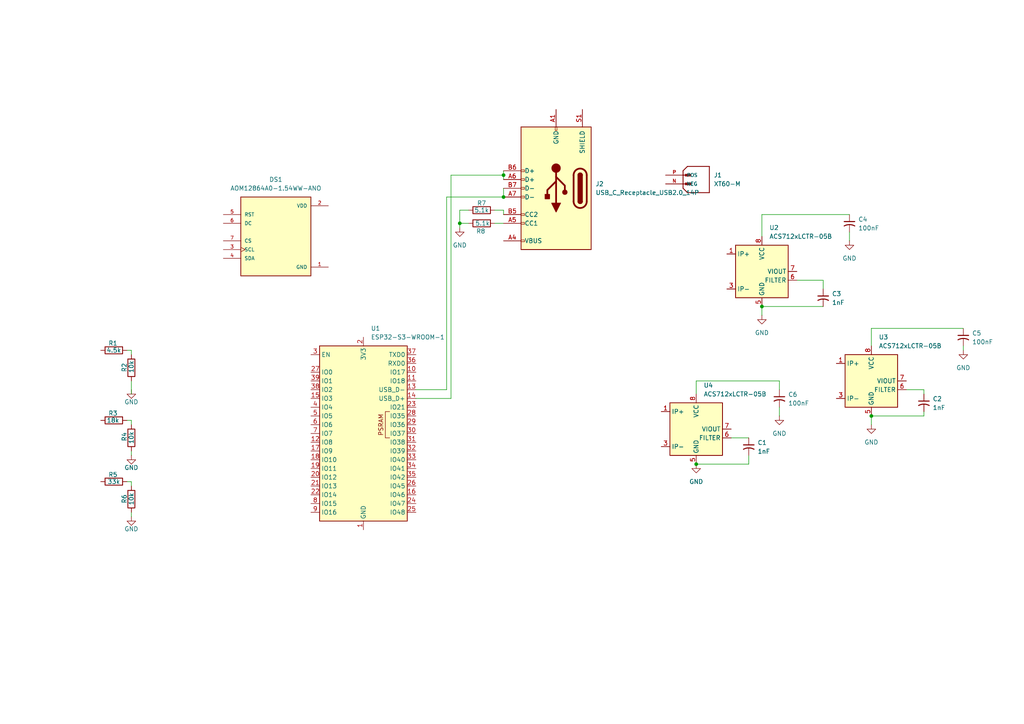
<source format=kicad_sch>
(kicad_sch (version 20250114) (generator "eeschema") (generator_version "9.0")
  (paper "A4")
  (lib_symbols
    (symbol "AOM12864A0-1.54WW-ANO:AOM12864A0-1.54WW-ANO" (pin_names (offset 1.016))
      (property "Reference" "DS" (at -10.16 10.922 0))
      (property "Value" "AOM12864A0-1.54WW-ANO" (at -10.16 -15.24 0))
      (symbol "AOM12864A0-1.54WW-ANO_0_0"
        (rectangle (start -10.16 -12.7) (end 10.16 10.16) (stroke (width 0.254)) (fill (type background)))
        (pin input line (at -15.24 5.08 0) (length 5.08) (name "RST") (number "5"))
        (pin input line (at -15.24 2.54 0) (length 5.08) (name "DC") (number "6"))
        (pin input line (at -15.24 -2.54 0) (length 5.08) (name "CS") (number "7"))
        (pin input clock (at -15.24 -5.08 0) (length 5.08) (name "SCL") (number "3"))
        (pin bidirectional line (at -15.24 -7.62 0) (length 5.08) (name "SDA") (number "4"))
        (pin power_in line (at 15.24 7.62 180) (length 5.08) (name "VDD") (number "2"))
        (pin power_in line (at 15.24 -10.16 180) (length 5.08) (name "GND") (number "1"))
      )
    )
    (symbol "Connector:USB_C_Receptacle_USB2.0_14P" (pin_names (offset 1.016))
      (property "Reference" "J" (at 0 22.225 0))
      (property "Value" "USB_C_Receptacle_USB2.0_14P" (at 0 19.685 0))
      (symbol "USB_C_Receptacle_USB2.0_14P_0_0"
        (rectangle (start -0.254 -17.78) (end 0.254 -16.764))
        (rectangle (start 10.16 15.494) (end 9.144 14.986))
        (rectangle (start 10.16 10.414) (end 9.144 9.906))
        (rectangle (start 10.16 7.874) (end 9.144 7.366))
        (rectangle (start 10.16 2.794) (end 9.144 2.286))
        (rectangle (start 10.16 0.254) (end 9.144 -0.254))
        (rectangle (start 10.16 -2.286) (end 9.144 -2.794))
        (rectangle (start 10.16 -4.826) (end 9.144 -5.334))
      )
      (symbol "USB_C_Receptacle_USB2.0_14P_0_1"
        (rectangle (start -10.16 17.78) (end 10.16 -17.78) (stroke (width 0.254)) (fill (type background)))
        (polyline (pts (xy -8.89 -3.81) (xy -8.89 3.81)) (stroke (width 0.508)))
        (rectangle (start -7.62 -3.81) (end -6.35 3.81) (stroke (width 0.254)) (fill (type outline)))
        (arc (start -7.62 3.81) (mid -6.985 4.4423) (end -6.35 3.81) (stroke (width 0.254)))
        (arc (start -7.62 3.81) (mid -6.985 4.4423) (end -6.35 3.81) (stroke (width 0.254)) (fill (type outline)))
        (arc (start -8.89 3.81) (mid -6.985 5.7067) (end -5.08 3.81) (stroke (width 0.508)))
        (arc (start -5.08 -3.81) (mid -6.985 -5.7067) (end -8.89 -3.81) (stroke (width 0.508)))
        (arc (start -6.35 -3.81) (mid -6.985 -4.4423) (end -7.62 -3.81) (stroke (width 0.254)))
        (arc (start -6.35 -3.81) (mid -6.985 -4.4423) (end -7.62 -3.81) (stroke (width 0.254)) (fill (type outline)))
        (polyline (pts (xy -5.08 3.81) (xy -5.08 -3.81)) (stroke (width 0.508)))
        (circle (center -2.54 1.143) (radius 0.635) (stroke (width 0.254)) (fill (type outline)))
        (polyline (pts (xy -1.27 4.318) (xy 0 6.858) (xy 1.27 4.318) (xy -1.27 4.318)) (stroke (width 0.254)) (fill (type outline)))
        (polyline (pts (xy 0 -2.032) (xy 2.54 0.508) (xy 2.54 1.778)) (stroke (width 0.508)))
        (polyline (pts (xy 0 -3.302) (xy -2.54 -0.762) (xy -2.54 0.508)) (stroke (width 0.508)))
        (polyline (pts (xy 0 -5.842) (xy 0 4.318)) (stroke (width 0.508)))
        (circle (center 0 -5.842) (radius 1.27) (fill (type outline)))
        (rectangle (start 1.905 1.778) (end 3.175 3.048) (stroke (width 0.254)) (fill (type outline)))
      )
      (symbol "USB_C_Receptacle_USB2.0_14P_1_1"
        (pin passive line (at -7.62 -22.86 90) (length 5.08) (name "SHIELD") (number "S1"))
        (pin passive line (at 0 -22.86 90) (length 5.08) (name "GND") (number "A1"))
        (pin passive line (at 0 -22.86 90) (length 5.08) (hide yes) (name "GND") (number "A12"))
        (pin passive line (at 0 -22.86 90) (length 5.08) (hide yes) (name "GND") (number "B1"))
        (pin passive line (at 0 -22.86 90) (length 5.08) (hide yes) (name "GND") (number "B12"))
        (pin passive line (at 15.24 15.24 180) (length 5.08) (name "VBUS") (number "A4"))
        (pin passive line (at 15.24 15.24 180) (length 5.08) (hide yes) (name "VBUS") (number "A9"))
        (pin passive line (at 15.24 15.24 180) (length 5.08) (hide yes) (name "VBUS") (number "B4"))
        (pin passive line (at 15.24 15.24 180) (length 5.08) (hide yes) (name "VBUS") (number "B9"))
        (pin bidirectional line (at 15.24 10.16 180) (length 5.08) (name "CC1") (number "A5"))
        (pin bidirectional line (at 15.24 7.62 180) (length 5.08) (name "CC2") (number "B5"))
        (pin bidirectional line (at 15.24 2.54 180) (length 5.08) (name "D-") (number "A7"))
        (pin bidirectional line (at 15.24 0 180) (length 5.08) (name "D-") (number "B7"))
        (pin bidirectional line (at 15.24 -2.54 180) (length 5.08) (name "D+") (number "A6"))
        (pin bidirectional line (at 15.24 -5.08 180) (length 5.08) (name "D+") (number "B6"))
      )
    )
    (symbol "Device:C_Small_US" (pin_numbers (hide yes)) (pin_names (offset 0.254) (hide yes))
      (property "Reference" "C" (at 0.254 1.778 0))
      (property "Value" "C_Small_US" (at 0.254 -2.032 0))
      (symbol "C_Small_US_0_1"
        (polyline (pts (xy -1.524 0.508) (xy 1.524 0.508)) (stroke (width 0.3048)))
        (arc (start -1.524 -0.762) (mid 0 -0.3734) (end 1.524 -0.762) (stroke (width 0.3048)))
      )
      (symbol "C_Small_US_1_1"
        (pin passive line (at 0 2.54 270) (length 2.032) (name "~") (number "1"))
        (pin passive line (at 0 -2.54 90) (length 2.032) (name "~") (number "2"))
      )
    )
    (symbol "Device:R" (pin_numbers (hide yes)) (pin_names (offset 0))
      (property "Reference" "R" (at 2.032 0 90))
      (property "Value" "R" (at 0 0 90))
      (symbol "R_0_1"
        (rectangle (start -1.016 -2.54) (end 1.016 2.54) (stroke (width 0.254)))
      )
      (symbol "R_1_1"
        (pin passive line (at 0 3.81 270) (length 1.27) (name "~") (number "1"))
        (pin passive line (at 0 -3.81 90) (length 1.27) (name "~") (number "2"))
      )
    )
    (symbol "RF_Module:ESP32-S3-WROOM-1"
      (property "Reference" "U" (at -12.7 26.67 0))
      (property "Value" "ESP32-S3-WROOM-1" (at 12.7 26.67 0))
      (symbol "ESP32-S3-WROOM-1_0_0"
        (rectangle (start -12.7 25.4) (end 12.7 -25.4) (stroke (width 0.254)) (fill (type background)))
        (text "PSRAM" (at 5.08 2.54 900) (effects (font (size 1.27 1.27))))
      )
      (symbol "ESP32-S3-WROOM-1_0_1"
        (polyline (pts (xy 7.62 -1.27) (xy 6.35 -1.27) (xy 6.35 6.35) (xy 7.62 6.35)))
      )
      (symbol "ESP32-S3-WROOM-1_1_1"
        (pin input line (at -15.24 22.86 0) (length 2.54) (name "EN") (number "3"))
        (pin bidirectional line (at -15.24 17.78 0) (length 2.54) (name "IO0") (number "27"))
        (pin bidirectional line (at -15.24 15.24 0) (length 2.54) (name "IO1") (number "39"))
        (pin bidirectional line (at -15.24 12.7 0) (length 2.54) (name "IO2") (number "38"))
        (pin bidirectional line (at -15.24 10.16 0) (length 2.54) (name "IO3") (number "15"))
        (pin bidirectional line (at -15.24 7.62 0) (length 2.54) (name "IO4") (number "4"))
        (pin bidirectional line (at -15.24 5.08 0) (length 2.54) (name "IO5") (number "5"))
        (pin bidirectional line (at -15.24 2.54 0) (length 2.54) (name "IO6") (number "6"))
        (pin bidirectional line (at -15.24 0 0) (length 2.54) (name "IO7") (number "7"))
        (pin bidirectional line (at -15.24 -2.54 0) (length 2.54) (name "IO8") (number "12"))
        (pin bidirectional line (at -15.24 -5.08 0) (length 2.54) (name "IO9") (number "17"))
        (pin bidirectional line (at -15.24 -7.62 0) (length 2.54) (name "IO10") (number "18"))
        (pin bidirectional line (at -15.24 -10.16 0) (length 2.54) (name "IO11") (number "19"))
        (pin bidirectional line (at -15.24 -12.7 0) (length 2.54) (name "IO12") (number "20"))
        (pin bidirectional line (at -15.24 -15.24 0) (length 2.54) (name "IO13") (number "21"))
        (pin bidirectional line (at -15.24 -17.78 0) (length 2.54) (name "IO14") (number "22"))
        (pin bidirectional line (at -15.24 -20.32 0) (length 2.54) (name "IO15") (number "8"))
        (pin bidirectional line (at -15.24 -22.86 0) (length 2.54) (name "IO16") (number "9"))
        (pin power_in line (at 0 27.94 270) (length 2.54) (name "3V3") (number "2"))
        (pin power_in line (at 0 -27.94 90) (length 2.54) (name "GND") (number "1"))
        (pin passive line (at 0 -27.94 90) (length 2.54) (hide yes) (name "GND") (number "40"))
        (pin passive line (at 0 -27.94 90) (length 2.54) (hide yes) (name "GND") (number "41"))
        (pin bidirectional line (at 15.24 22.86 180) (length 2.54) (name "TXD0") (number "37"))
        (pin bidirectional line (at 15.24 20.32 180) (length 2.54) (name "RXD0") (number "36"))
        (pin bidirectional line (at 15.24 17.78 180) (length 2.54) (name "IO17") (number "10"))
        (pin bidirectional line (at 15.24 15.24 180) (length 2.54) (name "IO18") (number "11"))
        (pin bidirectional line (at 15.24 12.7 180) (length 2.54) (name "USB_D-") (number "13"))
        (pin bidirectional line (at 15.24 10.16 180) (length 2.54) (name "USB_D+") (number "14"))
        (pin bidirectional line (at 15.24 7.62 180) (length 2.54) (name "IO21") (number "23"))
        (pin bidirectional line (at 15.24 5.08 180) (length 2.54) (name "IO35") (number "28"))
        (pin bidirectional line (at 15.24 2.54 180) (length 2.54) (name "IO36") (number "29"))
        (pin bidirectional line (at 15.24 0 180) (length 2.54) (name "IO37") (number "30"))
        (pin bidirectional line (at 15.24 -2.54 180) (length 2.54) (name "IO38") (number "31"))
        (pin bidirectional line (at 15.24 -5.08 180) (length 2.54) (name "IO39") (number "32"))
        (pin bidirectional line (at 15.24 -7.62 180) (length 2.54) (name "IO40") (number "33"))
        (pin bidirectional line (at 15.24 -10.16 180) (length 2.54) (name "IO41") (number "34"))
        (pin bidirectional line (at 15.24 -12.7 180) (length 2.54) (name "IO42") (number "35"))
        (pin bidirectional line (at 15.24 -15.24 180) (length 2.54) (name "IO45") (number "26"))
        (pin bidirectional line (at 15.24 -17.78 180) (length 2.54) (name "IO46") (number "16"))
        (pin bidirectional line (at 15.24 -20.32 180) (length 2.54) (name "IO47") (number "24"))
        (pin bidirectional line (at 15.24 -22.86 180) (length 2.54) (name "IO48") (number "25"))
      )
    )
    (symbol "Sensor_Current:ACS712xLCTR-05B"
      (property "Reference" "U" (at 2.54 11.43 0))
      (property "Value" "ACS712xLCTR-05B" (at 2.54 8.89 0))
      (symbol "ACS712xLCTR-05B_0_1"
        (rectangle (start -7.62 7.62) (end 7.62 -7.62) (stroke (width 0.254)) (fill (type background)))
      )
      (symbol "ACS712xLCTR-05B_1_1"
        (pin passive line (at -10.16 5.08 0) (length 2.54) (name "IP+") (number "1"))
        (pin passive line (at -10.16 5.08 0) (length 2.54) (hide yes) (name "IP+") (number "2"))
        (pin passive line (at -10.16 -5.08 0) (length 2.54) (name "IP-") (number "3"))
        (pin passive line (at -10.16 -5.08 0) (length 2.54) (hide yes) (name "IP-") (number "4"))
        (pin power_in line (at 0 10.16 270) (length 2.54) (name "VCC") (number "8"))
        (pin power_in line (at 0 -10.16 90) (length 2.54) (name "GND") (number "5"))
        (pin output line (at 10.16 0 180) (length 2.54) (name "VIOUT") (number "7"))
        (pin passive line (at 10.16 -2.54 180) (length 2.54) (name "FILTER") (number "6"))
      )
    )
    (symbol "XT60-M:XT60-M" (pin_names (offset 1.016))
      (property "Reference" "J" (at 0 6.35 0))
      (property "Value" "XT60-M" (at 0 -5.08 0))
      (symbol "XT60-M_0_0"
        (polyline (pts (xy 0 3.81) (xy 0 2.54)) (stroke (width 0.254)))
        (polyline (pts (xy 0 3.81) (xy 1.27 5.08)) (stroke (width 0.254)))
        (polyline (pts (xy 0 2.54) (xy 0 -1.27)) (stroke (width 0.254)))
        (polyline (pts (xy 0 2.54) (xy 1.905 2.54)) (stroke (width 0.254)))
        (polyline (pts (xy 0 0) (xy 1.905 0)) (stroke (width 0.254)))
        (polyline (pts (xy 0 -1.27) (xy 1.27 -2.54)) (stroke (width 0.254)))
        (rectangle (start 0.635 2.2225) (end 2.2225 2.8575) (stroke (width 0.1)) (fill (type outline)))
        (rectangle (start 0.635 -0.3175) (end 2.2225 0.3175) (stroke (width 0.1)) (fill (type outline)))
        (polyline (pts (xy 1.27 -2.54) (xy 7.62 -2.54)) (stroke (width 0.254)))
        (polyline (pts (xy 7.62 5.08) (xy 1.27 5.08)) (stroke (width 0.254)))
        (polyline (pts (xy 7.62 -2.54) (xy 7.62 5.08)) (stroke (width 0.254)))
        (pin passive line (at -5.08 2.54 0) (length 5.08) (name "POS") (number "P"))
        (pin passive line (at -5.08 0 0) (length 5.08) (name "NEG") (number "N"))
      )
    )
    (symbol "power:GND" (power) (pin_numbers (hide yes)) (pin_names (offset 0) (hide yes))
      (property "Value" "GND" (at 0 -3.81 0))
      (symbol "GND_0_1"
        (polyline (pts (xy 0 0) (xy 0 -1.27) (xy 1.27 -1.27) (xy 0 -2.54) (xy -1.27 -1.27) (xy 0 -1.27)))
      )
      (symbol "GND_1_1"
        (pin power_in line (at 0 0 270) (length 0) (name "~") (number "1"))
      )
    )
  )
  (junction (at 201.93 134.62))
  (junction (at 146.05 50.8))
  (junction (at 146.05 57.15))
  (junction (at 252.73 120.65))
  (junction (at 133.35 64.77))
  (junction (at 220.98 88.9))
  (wire (pts (xy 226.06 118.11) (xy 226.06 120.65)))
  (wire (pts (xy 201.93 114.3) (xy 201.93 110.49)))
  (wire (pts (xy 133.35 64.77) (xy 135.89 64.77)))
  (wire (pts (xy 135.89 60.96) (xy 133.35 60.96)))
  (wire (pts (xy 146.05 50.8) (xy 146.05 52.07)))
  (wire (pts (xy 38.1 110.49) (xy 38.1 114.3)))
  (wire (pts (xy 262.89 113.03) (xy 267.97 113.03)))
  (wire (pts (xy 133.35 60.96) (xy 133.35 64.77)))
  (wire (pts (xy 143.51 64.77) (xy 146.05 64.77)))
  (wire (pts (xy 38.1 132.08) (xy 38.1 130.81)))
  (wire (pts (xy 38.1 149.86) (xy 38.1 148.59)))
  (wire (pts (xy 267.97 113.03) (xy 267.97 114.3)))
  (wire (pts (xy 252.73 120.65) (xy 252.73 123.19)))
  (wire (pts (xy 146.05 60.96) (xy 146.05 62.23)))
  (wire (pts (xy 36.83 121.92) (xy 38.1 121.92)))
  (wire (pts (xy 133.35 66.04) (xy 133.35 64.77)))
  (wire (pts (xy 38.1 121.92) (xy 38.1 123.19)))
  (wire (pts (xy 120.65 115.57) (xy 130.81 115.57)))
  (wire (pts (xy 246.38 67.31) (xy 246.38 69.85)))
  (wire (pts (xy 38.1 102.87) (xy 38.1 101.6)))
  (wire (pts (xy 220.98 68.58) (xy 220.98 62.23)))
  (wire (pts (xy 130.81 50.8) (xy 146.05 50.8)))
  (wire (pts (xy 267.97 120.65) (xy 252.73 120.65)))
  (wire (pts (xy 146.05 49.53) (xy 146.05 50.8)))
  (wire (pts (xy 220.98 62.23) (xy 246.38 62.23)))
  (wire (pts (xy 217.17 134.62) (xy 201.93 134.62)))
  (wire (pts (xy 143.51 60.96) (xy 146.05 60.96)))
  (wire (pts (xy 252.73 100.33) (xy 252.73 95.25)))
  (wire (pts (xy 267.97 119.38) (xy 267.97 120.65)))
  (wire (pts (xy 226.06 110.49) (xy 226.06 113.03)))
  (wire (pts (xy 130.81 115.57) (xy 130.81 50.8)))
  (wire (pts (xy 38.1 139.7) (xy 38.1 140.97)))
  (wire (pts (xy 252.73 95.25) (xy 279.4 95.25)))
  (wire (pts (xy 220.98 91.44) (xy 220.98 88.9)))
  (wire (pts (xy 146.05 54.61) (xy 146.05 57.15)))
  (wire (pts (xy 238.76 81.28) (xy 238.76 83.82)))
  (wire (pts (xy 129.54 57.15) (xy 146.05 57.15)))
  (wire (pts (xy 129.54 113.03) (xy 129.54 57.15)))
  (wire (pts (xy 212.09 127) (xy 217.17 127)))
  (wire (pts (xy 231.14 81.28) (xy 238.76 81.28)))
  (wire (pts (xy 217.17 132.08) (xy 217.17 134.62)))
  (wire (pts (xy 279.4 100.33) (xy 279.4 101.6)))
  (wire (pts (xy 36.83 101.6) (xy 38.1 101.6)))
  (wire (pts (xy 201.93 110.49) (xy 226.06 110.49)))
  (wire (pts (xy 220.98 88.9) (xy 238.76 88.9)))
  (wire (pts (xy 120.65 113.03) (xy 129.54 113.03)))
  (wire (pts (xy 36.83 139.7) (xy 38.1 139.7)))
  (symbol (lib_id "power:GND") (at 38.1 149.86 0) (unit 1)
    (property "Reference" "#PWR03" (effects (hide yes)))
    (property "Value" "GND" (at 38.1 153.416 0))
    (property "Description" "Power symbol creates a global label with name \"GND\" , ground" (effects (hide yes)))
  )
  (symbol (lib_id "Device:R") (at 33.02 101.6 90) (unit 1)
    (property "Reference" "R1" (at 32.766 99.568 90))
    (property "Value" "4.5k" (at 33.02 101.6 90))
    (property "Footprint" "Resistor_SMD:R_0201_0603Metric_Pad0.64x0.40mm_HandSolder" (effects (hide yes)))
    (property "Description" "Resistor" (effects (hide yes)))
  )
  (symbol (lib_id "power:GND") (at 252.73 123.19 0) (unit 1)
    (property "Reference" "#PWR05" (effects (hide yes)))
    (property "Value" "GND" (at 252.73 128.27 0))
    (property "Description" "Power symbol creates a global label with name \"GND\" , ground" (effects (hide yes)))
  )
  (symbol (lib_id "Device:R") (at 38.1 106.68 0) (unit 1)
    (property "Reference" "R2" (at 36.068 107.95 90) (effects (justify left)))
    (property "Value" "10k" (at 38.1 108.204 90) (effects (justify left)))
    (property "Footprint" "Resistor_SMD:R_0201_0603Metric_Pad0.64x0.40mm_HandSolder" (effects (hide yes)))
    (property "Description" "Resistor" (effects (hide yes)))
  )
  (symbol (lib_id "Sensor_Current:ACS712xLCTR-05B") (at 252.73 110.49 0) (unit 1)
    (property "Reference" "U3" (at 254.8733 97.79 0) (effects (justify left)))
    (property "Value" "ACS712xLCTR-05B" (at 254.8733 100.33 0) (effects (justify left)))
    (property "Footprint" "Package_SO:SOIC-8_3.9x4.9mm_P1.27mm" (effects (hide yes)))
    (property "Datasheet" "http://www.allegromicro.com/~/media/Files/Datasheets/ACS712-Datasheet.ashx?la=en" (effects (hide yes)))
    (property "Description" "±5A Bidirectional Hall-Effect Current Sensor, +5.0V supply, 185mV/A, SOIC-8" (effects (hide yes)))
  )
  (symbol (lib_id "Device:C_Small_US") (at 238.76 86.36 0) (unit 1)
    (property "Reference" "C3" (at 241.3 85.2169 0) (effects (justify left)))
    (property "Value" "1nF" (at 241.3 87.7569 0) (effects (justify left)))
    (property "Footprint" "Capacitor_SMD:C_0201_0603Metric_Pad0.64x0.40mm_HandSolder" (effects (hide yes)))
    (property "Description" "capacitor, small US symbol" (effects (hide yes)))
  )
  (symbol (lib_id "Device:R") (at 38.1 144.78 0) (unit 1)
    (property "Reference" "R6" (at 36.068 146.05 90) (effects (justify left)))
    (property "Value" "10k" (at 38.1 146.558 90) (effects (justify left)))
    (property "Footprint" "Resistor_SMD:R_0201_0603Metric_Pad0.64x0.40mm_HandSolder" (effects (hide yes)))
    (property "Description" "Resistor" (effects (hide yes)))
  )
  (symbol (lib_id "Device:R") (at 139.7 60.96 90) (unit 1)
    (property "Reference" "R7" (at 139.7 58.928 90))
    (property "Value" "5.1k" (at 139.7 60.96 90))
    (property "Footprint" "Resistor_SMD:R_0201_0603Metric_Pad0.64x0.40mm_HandSolder" (effects (hide yes)))
    (property "Description" "Resistor" (effects (hide yes)))
  )
  (symbol (lib_id "Sensor_Current:ACS712xLCTR-05B") (at 201.93 124.46 0) (unit 1)
    (property "Reference" "U4" (at 204.0733 111.76 0) (effects (justify left)))
    (property "Value" "ACS712xLCTR-05B" (at 204.0733 114.3 0) (effects (justify left)))
    (property "Footprint" "Package_SO:SOIC-8_3.9x4.9mm_P1.27mm" (effects (hide yes)))
    (property "Datasheet" "http://www.allegromicro.com/~/media/Files/Datasheets/ACS712-Datasheet.ashx?la=en" (effects (hide yes)))
    (property "Description" "±5A Bidirectional Hall-Effect Current Sensor, +5.0V supply, 185mV/A, SOIC-8" (effects (hide yes)))
  )
  (symbol (lib_id "RF_Module:ESP32-S3-WROOM-1") (at 105.41 125.73 0) (unit 1)
    (property "Reference" "U1" (at 107.5533 95.25 0) (effects (justify left)))
    (property "Value" "ESP32-S3-WROOM-1" (at 107.5533 97.79 0) (effects (justify left)))
    (property "Footprint" "RF_Module:ESP32-S3-WROOM-1" (effects (hide yes)))
    (property "Datasheet" "https://www.espressif.com/sites/default/files/documentation/esp32-s3-wroom-1_wroom-1u_datasheet_en.pdf" (effects (hide yes)))
    (property "Description" "RF Module, ESP32-S3 SoC, Wi-Fi 802.11b/g/n, Bluetooth, BLE, 32-bit, 3.3V, onboard antenna, SMD" (effects (hide yes)))
  )
  (symbol (lib_id "Connector:USB_C_Receptacle_USB2.0_14P") (at 161.29 54.61 180) (unit 1)
    (property "Reference" "J2" (at 172.72 53.3399 0) (effects (justify right)))
    (property "Value" "USB_C_Receptacle_USB2.0_14P" (at 172.72 55.8799 0) (effects (justify right)))
    (property "Footprint" "Connector_USB:USB_C_Receptacle_GCT_USB4105-xx-A_16P_TopMnt_Horizontal" (effects (hide yes)))
    (property "Datasheet" "https://www.usb.org/sites/default/files/documents/usb_type-c.zip" (effects (hide yes)))
    (property "Description" "USB 2.0-only 14P Type-C Receptacle connector" (effects (hide yes)))
  )
  (symbol (lib_id "Device:C_Small_US") (at 267.97 116.84 0) (unit 1)
    (property "Reference" "C2" (at 270.51 115.6969 0) (effects (justify left)))
    (property "Value" "1nF" (at 270.51 118.2369 0) (effects (justify left)))
    (property "Footprint" "Capacitor_SMD:C_0201_0603Metric_Pad0.64x0.40mm_HandSolder" (effects (hide yes)))
    (property "Description" "capacitor, small US symbol" (effects (hide yes)))
  )
  (symbol (lib_id "Device:C_Small_US") (at 279.4 97.79 0) (unit 1)
    (property "Reference" "C5" (at 281.94 96.6469 0) (effects (justify left)))
    (property "Value" "100nF" (at 281.94 99.1869 0) (effects (justify left)))
    (property "Footprint" "Capacitor_SMD:C_0201_0603Metric_Pad0.64x0.40mm_HandSolder" (effects (hide yes)))
    (property "Description" "capacitor, small US symbol" (effects (hide yes)))
  )
  (symbol (lib_id "Device:C_Small_US") (at 246.38 64.77 0) (unit 1)
    (property "Reference" "C4" (at 248.92 63.6269 0) (effects (justify left)))
    (property "Value" "100nF" (at 248.92 66.1669 0) (effects (justify left)))
    (property "Footprint" "Capacitor_SMD:C_0201_0603Metric_Pad0.64x0.40mm_HandSolder" (effects (hide yes)))
    (property "Description" "capacitor, small US symbol" (effects (hide yes)))
  )
  (symbol (lib_id "power:GND") (at 38.1 132.08 0) (unit 1)
    (property "Reference" "#PWR02" (effects (hide yes)))
    (property "Value" "GND" (at 38.1 135.636 0))
    (property "Description" "Power symbol creates a global label with name \"GND\" , ground" (effects (hide yes)))
  )
  (symbol (lib_id "Device:R") (at 139.7 64.77 90) (unit 1)
    (property "Reference" "R8" (at 139.446 67.056 90))
    (property "Value" "5.1k" (at 139.954 64.77 90))
    (property "Footprint" "Resistor_SMD:R_0201_0603Metric_Pad0.64x0.40mm_HandSolder" (effects (hide yes)))
    (property "Description" "Resistor" (effects (hide yes)))
  )
  (symbol (lib_id "Device:R") (at 33.02 139.7 90) (unit 1)
    (property "Reference" "R5" (at 32.766 137.668 90))
    (property "Value" "33k" (at 33.02 139.7 90))
    (property "Footprint" "Resistor_SMD:R_0201_0603Metric_Pad0.64x0.40mm_HandSolder" (effects (hide yes)))
    (property "Description" "Resistor" (effects (hide yes)))
  )
  (symbol (lib_id "power:GND") (at 201.93 134.62 0) (unit 1)
    (property "Reference" "#PWR06" (effects (hide yes)))
    (property "Value" "GND" (at 201.93 139.7 0))
    (property "Description" "Power symbol creates a global label with name \"GND\" , ground" (effects (hide yes)))
  )
  (symbol (lib_id "power:GND") (at 220.98 91.44 0) (unit 1)
    (property "Reference" "#PWR04" (effects (hide yes)))
    (property "Value" "GND" (at 220.98 96.52 0))
    (property "Description" "Power symbol creates a global label with name \"GND\" , ground" (effects (hide yes)))
  )
  (symbol (lib_id "Device:C_Small_US") (at 217.17 129.54 0) (unit 1)
    (property "Reference" "C1" (at 219.71 128.3969 0) (effects (justify left)))
    (property "Value" "1nF" (at 219.71 130.9369 0) (effects (justify left)))
    (property "Footprint" "Capacitor_SMD:C_0201_0603Metric_Pad0.64x0.40mm_HandSolder" (effects (hide yes)))
    (property "Description" "capacitor, small US symbol" (effects (hide yes)))
  )
  (symbol (lib_id "Sensor_Current:ACS712xLCTR-05B") (at 220.98 78.74 0) (unit 1)
    (property "Reference" "U2" (at 223.1233 66.04 0) (effects (justify left)))
    (property "Value" "ACS712xLCTR-05B" (at 223.1233 68.58 0) (effects (justify left)))
    (property "Footprint" "Package_SO:SOIC-8_3.9x4.9mm_P1.27mm" (effects (hide yes)))
    (property "Datasheet" "http://www.allegromicro.com/~/media/Files/Datasheets/ACS712-Datasheet.ashx?la=en" (effects (hide yes)))
    (property "Description" "±5A Bidirectional Hall-Effect Current Sensor, +5.0V supply, 185mV/A, SOIC-8" (effects (hide yes)))
  )
  (symbol (lib_id "power:GND") (at 246.38 69.85 0) (unit 1)
    (property "Reference" "#PWR07" (effects (hide yes)))
    (property "Value" "GND" (at 246.38 74.93 0))
    (property "Description" "Power symbol creates a global label with name \"GND\" , ground" (effects (hide yes)))
  )
  (symbol (lib_id "Device:R") (at 38.1 127 0) (unit 1)
    (property "Reference" "R4" (at 36.068 128.016 90) (effects (justify left)))
    (property "Value" "10k" (at 38.1 128.778 90) (effects (justify left)))
    (property "Footprint" "Resistor_SMD:R_0201_0603Metric_Pad0.64x0.40mm_HandSolder" (effects (hide yes)))
    (property "Description" "Resistor" (effects (hide yes)))
  )
  (symbol (lib_id "Device:C_Small_US") (at 226.06 115.57 0) (unit 1)
    (property "Reference" "C6" (at 228.6 114.4269 0) (effects (justify left)))
    (property "Value" "100nF" (at 228.6 116.9669 0) (effects (justify left)))
    (property "Footprint" "Capacitor_SMD:C_0201_0603Metric_Pad0.64x0.40mm_HandSolder" (effects (hide yes)))
    (property "Description" "capacitor, small US symbol" (effects (hide yes)))
  )
  (symbol (lib_id "power:GND") (at 279.4 101.6 0) (unit 1)
    (property "Reference" "#PWR08" (effects (hide yes)))
    (property "Value" "GND" (at 279.4 106.68 0))
    (property "Description" "Power symbol creates a global label with name \"GND\" , ground" (effects (hide yes)))
  )
  (symbol (lib_id "Device:R") (at 33.02 121.92 90) (unit 1)
    (property "Reference" "R3" (at 32.766 119.888 90))
    (property "Value" "18k" (at 32.766 121.92 90))
    (property "Footprint" "Resistor_SMD:R_0201_0603Metric_Pad0.64x0.40mm_HandSolder" (effects (hide yes)))
    (property "Description" "Resistor" (effects (hide yes)))
  )
  (symbol (lib_id "XT60-M:XT60-M") (at 198.12 53.34 0) (unit 1)
    (property "Reference" "J1" (at 207.01 50.7999 0) (effects (justify left)))
    (property "Value" "XT60-M" (at 207.01 53.3399 0) (effects (justify left)))
    (property "Footprint" "XT60-M:AMASS_XT60-M" (effects (hide yes)))
    (property "MF" "AMASS" (effects (hide yes)))
    (property "MAXIMUM_PACKAGE_HEIGHT" "16.00 mm" (effects (hide yes)))
    (property "Package" "Package" (effects (hide yes)))
    (property "Price" "None" (effects (hide yes)))
    (property "Check_prices" "https://www.snapeda.com/parts/XT60-M/AMASS/view-part/?ref=eda" (effects (hide yes)))
    (property "STANDARD" "IPC 7351B" (effects (hide yes)))
    (property "PARTREV" "V1.2" (effects (hide yes)))
    (property "SnapEDA_Link" "https://www.snapeda.com/parts/XT60-M/AMASS/view-part/?ref=snap" (effects (hide yes)))
    (property "MP" "XT60-M" (effects (hide yes)))
    (property "Description_1" "Plug; DC supply; XT60; male; PIN: 2; for cable; soldered; 30A; 500V" (effects (hide yes)))
    (property "Availability" "Not in stock" (effects (hide yes)))
    (property "MANUFACTURER" "AMASS" (effects (hide yes)))
  )
  (symbol (lib_id "AOM12864A0-1.54WW-ANO:AOM12864A0-1.54WW-ANO") (at 80.01 67.31 0) (unit 1)
    (property "Reference" "DS1" (at 80.01 52.07 0))
    (property "Value" "AOM12864A0-1.54WW-ANO" (at 80.01 54.61 0))
    (property "Footprint" "AOM12864A0-1.54WW-ANO:LCD_AOM12864A0-1.54WW-ANO" (effects (hide yes)))
    (property "MF" "Orient Display" (effects (hide yes)))
    (property "MAXIMUM_PACKAGE_HEIGHT" "5.5mm" (effects (hide yes)))
    (property "Package" "None" (effects (hide yes)))
    (property "Price" "None" (effects (hide yes)))
    (property "Check_prices" "https://www.snapeda.com/parts/AOM12864A0-1.54WW-ANO/Orient+Display/view-part/?ref=eda" (effects (hide yes)))
    (property "STANDARD" "Manufacturer Recommendations" (effects (hide yes)))
    (property "PARTREV" "O" (effects (hide yes)))
    (property "SnapEDA_Link" "https://www.snapeda.com/parts/AOM12864A0-1.54WW-ANO/Orient+Display/view-part/?ref=snap" (effects (hide yes)))
    (property "MP" "AOM12864A0-1.54WW-ANO" (effects (hide yes)))
    (property "Description_1" "Non-Touch Graphic LCD Display Module - White OLED SPI 1.54 (39.12mm) 128 x 64" (effects (hide yes)))
    (property "Availability" "In Stock" (effects (hide yes)))
    (property "MANUFACTURER" "Orient Display" (effects (hide yes)))
  )
  (symbol (lib_id "power:GND") (at 133.35 66.04 0) (unit 1)
    (property "Reference" "#PWR010" (effects (hide yes)))
    (property "Value" "GND" (at 133.35 71.12 0))
    (property "Description" "Power symbol creates a global label with name \"GND\" , ground" (effects (hide yes)))
  )
  (symbol (lib_id "power:GND") (at 38.1 113.03 0) (unit 1)
    (property "Reference" "#PWR01" (effects (hide yes)))
    (property "Value" "GND" (at 38.1 116.586 0))
    (property "Description" "Power symbol creates a global label with name \"GND\" , ground" (effects (hide yes)))
  )
  (symbol (lib_id "power:GND") (at 226.06 120.65 0) (unit 1)
    (property "Reference" "#PWR09" (effects (hide yes)))
    (property "Value" "GND" (at 226.06 125.73 0))
    (property "Description" "Power symbol creates a global label with name \"GND\" , ground" (effects (hide yes)))
  )
)
</source>
